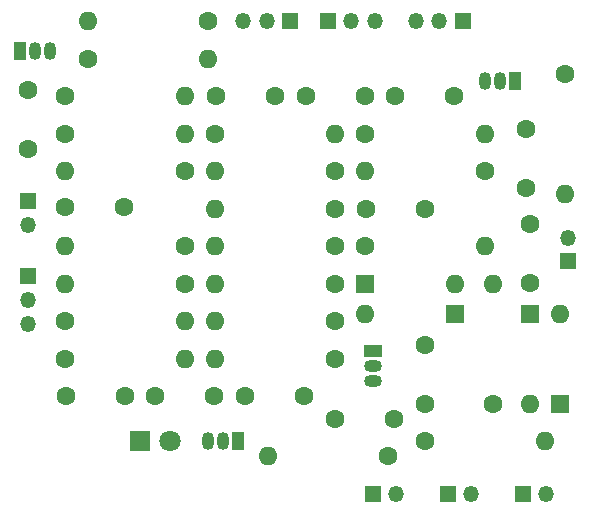
<source format=gbr>
%TF.GenerationSoftware,KiCad,Pcbnew,(5.1.7)-1*%
%TF.CreationDate,2020-10-26T21:32:24-05:00*%
%TF.ProjectId,MuffPi,4d756666-5069-42e6-9b69-6361645f7063,rev?*%
%TF.SameCoordinates,Original*%
%TF.FileFunction,Soldermask,Bot*%
%TF.FilePolarity,Negative*%
%FSLAX46Y46*%
G04 Gerber Fmt 4.6, Leading zero omitted, Abs format (unit mm)*
G04 Created by KiCad (PCBNEW (5.1.7)-1) date 2020-10-26 21:32:24*
%MOMM*%
%LPD*%
G01*
G04 APERTURE LIST*
%ADD10R,1.350000X1.350000*%
%ADD11O,1.350000X1.350000*%
%ADD12C,1.600000*%
%ADD13O,1.600000X1.600000*%
%ADD14R,1.600000X1.600000*%
%ADD15R,1.800000X1.800000*%
%ADD16C,1.800000*%
%ADD17O,1.050000X1.500000*%
%ADD18R,1.050000X1.500000*%
%ADD19R,1.500000X1.050000*%
%ADD20O,1.500000X1.050000*%
G04 APERTURE END LIST*
D10*
%TO.C,SW3*%
X148590000Y-106680000D03*
D11*
X150590000Y-106680000D03*
%TD*%
D12*
%TO.C,R20*%
X120015000Y-88900000D03*
D13*
X109855000Y-88900000D03*
%TD*%
D10*
%TO.C,BT1*%
X106680000Y-81915000D03*
D11*
X106680000Y-83915000D03*
%TD*%
D12*
%TO.C,C1*%
X106680000Y-77470000D03*
X106680000Y-72470000D03*
%TD*%
%TO.C,C2*%
X109808000Y-82423000D03*
X114808000Y-82423000D03*
%TD*%
%TO.C,C3*%
X127635000Y-73025000D03*
X122635000Y-73025000D03*
%TD*%
%TO.C,C4*%
X135255000Y-73025000D03*
X130255000Y-73025000D03*
%TD*%
%TO.C,C5*%
X148844000Y-75772000D03*
X148844000Y-80772000D03*
%TD*%
%TO.C,C6*%
X140335000Y-82550000D03*
X135335000Y-82550000D03*
%TD*%
%TO.C,C7*%
X140335000Y-94060000D03*
X140335000Y-99060000D03*
%TD*%
%TO.C,C8*%
X149225000Y-83820000D03*
X149225000Y-88820000D03*
%TD*%
%TO.C,C9*%
X132715000Y-100330000D03*
X137715000Y-100330000D03*
%TD*%
%TO.C,C10*%
X130095000Y-98425000D03*
X125095000Y-98425000D03*
%TD*%
%TO.C,C11*%
X114935000Y-98425000D03*
X109935000Y-98425000D03*
%TD*%
%TO.C,C12*%
X142795000Y-73025000D03*
X137795000Y-73025000D03*
%TD*%
%TO.C,C13*%
X122475000Y-98425000D03*
X117475000Y-98425000D03*
%TD*%
D13*
%TO.C,D1*%
X142875000Y-88900000D03*
D14*
X135255000Y-88900000D03*
%TD*%
%TO.C,D2*%
X142875000Y-91440000D03*
D13*
X135255000Y-91440000D03*
%TD*%
%TO.C,D3*%
X151765000Y-91440000D03*
D14*
X151765000Y-99060000D03*
%TD*%
%TO.C,D4*%
X149225000Y-91440000D03*
D13*
X149225000Y-99060000D03*
%TD*%
D15*
%TO.C,D5*%
X116205000Y-102235000D03*
D16*
X118745000Y-102235000D03*
%TD*%
D10*
%TO.C,J1*%
X106680000Y-88265000D03*
D11*
X106680000Y-90265000D03*
X106680000Y-92265000D03*
%TD*%
D10*
%TO.C,J2*%
X152400000Y-86995000D03*
D11*
X152400000Y-84995000D03*
%TD*%
D17*
%TO.C,Q1*%
X107315000Y-69215000D03*
X108585000Y-69215000D03*
D18*
X106045000Y-69215000D03*
%TD*%
%TO.C,Q2*%
X147955000Y-71755000D03*
D17*
X145415000Y-71755000D03*
X146685000Y-71755000D03*
%TD*%
D19*
%TO.C,Q3*%
X135890000Y-94615000D03*
D20*
X135890000Y-97155000D03*
X135890000Y-95885000D03*
%TD*%
D17*
%TO.C,Q4*%
X123190000Y-102235000D03*
X121920000Y-102235000D03*
D18*
X124460000Y-102235000D03*
%TD*%
D13*
%TO.C,R1*%
X120015000Y-73025000D03*
D12*
X109855000Y-73025000D03*
%TD*%
D13*
%TO.C,R2*%
X109855000Y-79375000D03*
D12*
X120015000Y-79375000D03*
%TD*%
D13*
%TO.C,R3*%
X120015000Y-76200000D03*
D12*
X109855000Y-76200000D03*
%TD*%
D13*
%TO.C,R4*%
X132715000Y-76200000D03*
D12*
X122555000Y-76200000D03*
%TD*%
%TO.C,R5*%
X121920000Y-66675000D03*
D13*
X111760000Y-66675000D03*
%TD*%
D12*
%TO.C,R6*%
X111760000Y-69850000D03*
D13*
X121920000Y-69850000D03*
%TD*%
D12*
%TO.C,R7*%
X135255000Y-76200000D03*
D13*
X145415000Y-76200000D03*
%TD*%
%TO.C,R8*%
X135255000Y-79375000D03*
D12*
X145415000Y-79375000D03*
%TD*%
D13*
%TO.C,R9*%
X145415000Y-85725000D03*
D12*
X135255000Y-85725000D03*
%TD*%
%TO.C,R10*%
X132715000Y-79375000D03*
D13*
X122555000Y-79375000D03*
%TD*%
D12*
%TO.C,R11*%
X152146000Y-71120000D03*
D13*
X152146000Y-81280000D03*
%TD*%
D12*
%TO.C,R12*%
X146050000Y-99060000D03*
D13*
X146050000Y-88900000D03*
%TD*%
%TO.C,R13*%
X122555000Y-95250000D03*
D12*
X132715000Y-95250000D03*
%TD*%
D13*
%TO.C,R14*%
X127000000Y-103505000D03*
D12*
X137160000Y-103505000D03*
%TD*%
D13*
%TO.C,R15*%
X122555000Y-92075000D03*
D12*
X132715000Y-92075000D03*
%TD*%
%TO.C,R16*%
X132715000Y-82550000D03*
D13*
X122555000Y-82550000D03*
%TD*%
%TO.C,R17*%
X109855000Y-85725000D03*
D12*
X120015000Y-85725000D03*
%TD*%
%TO.C,R18*%
X109855000Y-92075000D03*
D13*
X120015000Y-92075000D03*
%TD*%
%TO.C,R19*%
X122555000Y-85725000D03*
D12*
X132715000Y-85725000D03*
%TD*%
%TO.C,R21*%
X132715000Y-88900000D03*
D13*
X122555000Y-88900000D03*
%TD*%
D12*
%TO.C,R22*%
X140335000Y-102235000D03*
D13*
X150495000Y-102235000D03*
%TD*%
D12*
%TO.C,R23*%
X109855000Y-95250000D03*
D13*
X120015000Y-95250000D03*
%TD*%
D11*
%TO.C,SUST1*%
X124905000Y-66675000D03*
X126905000Y-66675000D03*
D10*
X128905000Y-66675000D03*
%TD*%
D11*
%TO.C,SW1*%
X137890000Y-106680000D03*
D10*
X135890000Y-106680000D03*
%TD*%
D11*
%TO.C,SW2*%
X144240000Y-106680000D03*
D10*
X142240000Y-106680000D03*
%TD*%
D11*
%TO.C,TONE1*%
X136080000Y-66675000D03*
X134080000Y-66675000D03*
D10*
X132080000Y-66675000D03*
%TD*%
%TO.C,VOL1*%
X143510000Y-66675000D03*
D11*
X141510000Y-66675000D03*
X139510000Y-66675000D03*
%TD*%
M02*

</source>
